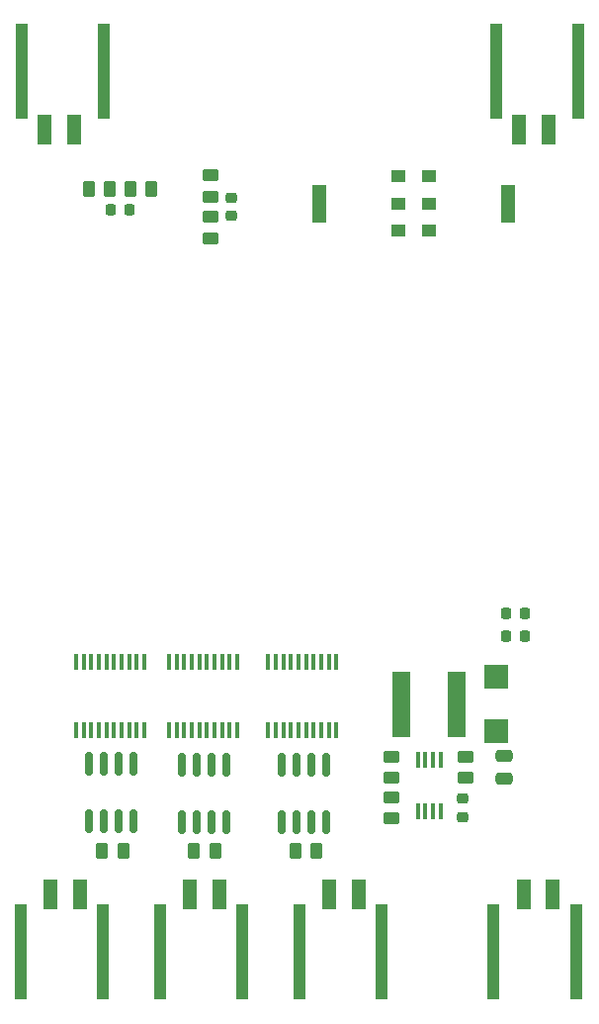
<source format=gtp>
%TF.GenerationSoftware,KiCad,Pcbnew,(6.0.5-0)*%
%TF.CreationDate,2022-05-30T23:28:05+01:00*%
%TF.ProjectId,bms,626d732e-6b69-4636-9164-5f7063625858,rev?*%
%TF.SameCoordinates,Original*%
%TF.FileFunction,Paste,Top*%
%TF.FilePolarity,Positive*%
%FSLAX46Y46*%
G04 Gerber Fmt 4.6, Leading zero omitted, Abs format (unit mm)*
G04 Created by KiCad (PCBNEW (6.0.5-0)) date 2022-05-30 23:28:05*
%MOMM*%
%LPD*%
G01*
G04 APERTURE LIST*
G04 Aperture macros list*
%AMRoundRect*
0 Rectangle with rounded corners*
0 $1 Rounding radius*
0 $2 $3 $4 $5 $6 $7 $8 $9 X,Y pos of 4 corners*
0 Add a 4 corners polygon primitive as box body*
4,1,4,$2,$3,$4,$5,$6,$7,$8,$9,$2,$3,0*
0 Add four circle primitives for the rounded corners*
1,1,$1+$1,$2,$3*
1,1,$1+$1,$4,$5*
1,1,$1+$1,$6,$7*
1,1,$1+$1,$8,$9*
0 Add four rect primitives between the rounded corners*
20,1,$1+$1,$2,$3,$4,$5,0*
20,1,$1+$1,$4,$5,$6,$7,0*
20,1,$1+$1,$6,$7,$8,$9,0*
20,1,$1+$1,$8,$9,$2,$3,0*%
G04 Aperture macros list end*
%ADD10R,1.240000X2.500000*%
%ADD11R,1.100000X8.200000*%
%ADD12R,0.450000X1.400000*%
%ADD13R,0.450000X1.475000*%
%ADD14R,1.200000X1.000000*%
%ADD15R,1.200000X3.300000*%
%ADD16RoundRect,0.250000X-0.450000X0.262500X-0.450000X-0.262500X0.450000X-0.262500X0.450000X0.262500X0*%
%ADD17RoundRect,0.250000X-0.262500X-0.450000X0.262500X-0.450000X0.262500X0.450000X-0.262500X0.450000X0*%
%ADD18RoundRect,0.250000X0.450000X-0.262500X0.450000X0.262500X-0.450000X0.262500X-0.450000X-0.262500X0*%
%ADD19RoundRect,0.150000X-0.150000X0.825000X-0.150000X-0.825000X0.150000X-0.825000X0.150000X0.825000X0*%
%ADD20RoundRect,0.225000X-0.250000X0.225000X-0.250000X-0.225000X0.250000X-0.225000X0.250000X0.225000X0*%
%ADD21R,2.049780X2.049780*%
%ADD22RoundRect,0.225000X-0.225000X-0.250000X0.225000X-0.250000X0.225000X0.250000X-0.225000X0.250000X0*%
%ADD23RoundRect,0.225000X0.250000X-0.225000X0.250000X0.225000X-0.250000X0.225000X-0.250000X-0.225000X0*%
%ADD24RoundRect,0.250000X-0.475000X0.250000X-0.475000X-0.250000X0.475000X-0.250000X0.475000X0.250000X0*%
%ADD25R,1.600000X5.700000*%
G04 APERTURE END LIST*
D10*
%TO.C,J6*%
X115082000Y-92456000D03*
X117582000Y-92456000D03*
D11*
X113112000Y-87526000D03*
X120152000Y-87526000D03*
%TD*%
D10*
%TO.C,J5*%
X74442000Y-92456000D03*
X76942000Y-92456000D03*
D11*
X72472000Y-87526000D03*
X79512000Y-87526000D03*
%TD*%
D10*
%TO.C,J4*%
X77471000Y-157908000D03*
X74971000Y-157908000D03*
D11*
X79441000Y-162838000D03*
X72401000Y-162838000D03*
%TD*%
D10*
%TO.C,J3*%
X101326000Y-157908000D03*
X98826000Y-157908000D03*
D11*
X103296000Y-162838000D03*
X96256000Y-162838000D03*
%TD*%
D10*
%TO.C,J2*%
X89388000Y-157908000D03*
X86888000Y-157908000D03*
D11*
X91358000Y-162838000D03*
X84318000Y-162838000D03*
%TD*%
D10*
%TO.C,J1*%
X117984000Y-157908000D03*
X115484000Y-157908000D03*
D11*
X119954000Y-162838000D03*
X112914000Y-162838000D03*
%TD*%
D12*
%TO.C,IC9*%
X106403000Y-150790000D03*
X107053000Y-150790000D03*
X107703000Y-150790000D03*
X108353000Y-150790000D03*
X108353000Y-146390000D03*
X107703000Y-146390000D03*
X107053000Y-146390000D03*
X106403000Y-146390000D03*
%TD*%
D13*
%TO.C,IC5*%
X77154469Y-143908000D03*
X77804469Y-143908000D03*
X78454469Y-143908000D03*
X79104469Y-143908000D03*
X79754469Y-143908000D03*
X80404469Y-143908000D03*
X81054469Y-143908000D03*
X81704469Y-143908000D03*
X82354469Y-143908000D03*
X83004469Y-143908000D03*
X83004469Y-138032000D03*
X82354469Y-138032000D03*
X81704469Y-138032000D03*
X81054469Y-138032000D03*
X80404469Y-138032000D03*
X79754469Y-138032000D03*
X79104469Y-138032000D03*
X78454469Y-138032000D03*
X77804469Y-138032000D03*
X77154469Y-138032000D03*
%TD*%
%TO.C,IC4*%
X93595000Y-143908000D03*
X94245000Y-143908000D03*
X94895000Y-143908000D03*
X95545000Y-143908000D03*
X96195000Y-143908000D03*
X96845000Y-143908000D03*
X97495000Y-143908000D03*
X98145000Y-143908000D03*
X98795000Y-143908000D03*
X99445000Y-143908000D03*
X99445000Y-138032000D03*
X98795000Y-138032000D03*
X98145000Y-138032000D03*
X97495000Y-138032000D03*
X96845000Y-138032000D03*
X96195000Y-138032000D03*
X95545000Y-138032000D03*
X94895000Y-138032000D03*
X94245000Y-138032000D03*
X93595000Y-138032000D03*
%TD*%
%TO.C,IC3*%
X85095011Y-143908000D03*
X85745011Y-143908000D03*
X86395011Y-143908000D03*
X87045011Y-143908000D03*
X87695011Y-143908000D03*
X88345011Y-143908000D03*
X88995011Y-143908000D03*
X89645011Y-143908000D03*
X90295011Y-143908000D03*
X90945011Y-143908000D03*
X90945011Y-138032000D03*
X90295011Y-138032000D03*
X89645011Y-138032000D03*
X88995011Y-138032000D03*
X88345011Y-138032000D03*
X87695011Y-138032000D03*
X87045011Y-138032000D03*
X86395011Y-138032000D03*
X85745011Y-138032000D03*
X85095011Y-138032000D03*
%TD*%
D14*
%TO.C,IC2*%
X104746000Y-101106000D03*
X104746000Y-98806000D03*
X104746000Y-96506000D03*
D15*
X97946000Y-98806000D03*
%TD*%
D14*
%TO.C,IC1*%
X107344000Y-96506000D03*
X107344000Y-98806000D03*
X107344000Y-101106000D03*
D15*
X114144000Y-98806000D03*
%TD*%
D16*
%TO.C,R7*%
X88646000Y-99938500D03*
X88646000Y-101763500D03*
%TD*%
D17*
%TO.C,R6*%
X83613000Y-97536000D03*
X81788000Y-97536000D03*
%TD*%
D16*
%TO.C,R5*%
X88646000Y-96382500D03*
X88646000Y-98207500D03*
%TD*%
D17*
%TO.C,R4*%
X80057000Y-97536000D03*
X78232000Y-97536000D03*
%TD*%
D16*
%TO.C,R3*%
X104140000Y-149606000D03*
X104140000Y-151431000D03*
%TD*%
%TO.C,R2*%
X110490000Y-146153500D03*
X110490000Y-147978500D03*
%TD*%
D18*
%TO.C,R1*%
X104140000Y-147978500D03*
X104140000Y-146153500D03*
%TD*%
D17*
%TO.C,R10*%
X79351500Y-154178000D03*
X81176500Y-154178000D03*
%TD*%
%TO.C,R9*%
X95914509Y-154178000D03*
X97739509Y-154178000D03*
%TD*%
%TO.C,R8*%
X87221542Y-154178000D03*
X89046542Y-154178000D03*
%TD*%
D19*
%TO.C,IC7*%
X98605009Y-146808249D03*
X97335009Y-146808249D03*
X96065009Y-146808249D03*
X94795009Y-146808249D03*
X94795009Y-151758249D03*
X96065009Y-151758249D03*
X97335009Y-151758249D03*
X98605009Y-151758249D03*
%TD*%
%TO.C,IC8*%
X90039042Y-151758249D03*
X88769042Y-151758249D03*
X87499042Y-151758249D03*
X86229042Y-151758249D03*
X86229042Y-146808249D03*
X87499042Y-146808249D03*
X88769042Y-146808249D03*
X90039042Y-146808249D03*
%TD*%
D20*
%TO.C,C6*%
X90424000Y-98298000D03*
X90424000Y-99848000D03*
%TD*%
D21*
%TO.C,D1*%
X113093000Y-143936200D03*
X113093000Y-139338800D03*
%TD*%
D22*
%TO.C,C2*%
X114020000Y-133921500D03*
X115570000Y-133921500D03*
%TD*%
D23*
%TO.C,C1*%
X110236000Y-151302500D03*
X110236000Y-149752500D03*
%TD*%
D19*
%TO.C,IC6*%
X82042000Y-146750000D03*
X80772000Y-146750000D03*
X79502000Y-146750000D03*
X78232000Y-146750000D03*
X78232000Y-151700000D03*
X79502000Y-151700000D03*
X80772000Y-151700000D03*
X82042000Y-151700000D03*
%TD*%
D22*
%TO.C,C3*%
X114020000Y-135826500D03*
X115570000Y-135826500D03*
%TD*%
D24*
%TO.C,C4*%
X113792000Y-146116000D03*
X113792000Y-148016000D03*
%TD*%
D22*
%TO.C,C5*%
X81697500Y-99314000D03*
X80147500Y-99314000D03*
%TD*%
D25*
%TO.C,L1*%
X105028000Y-141637500D03*
X109728000Y-141637500D03*
%TD*%
M02*

</source>
